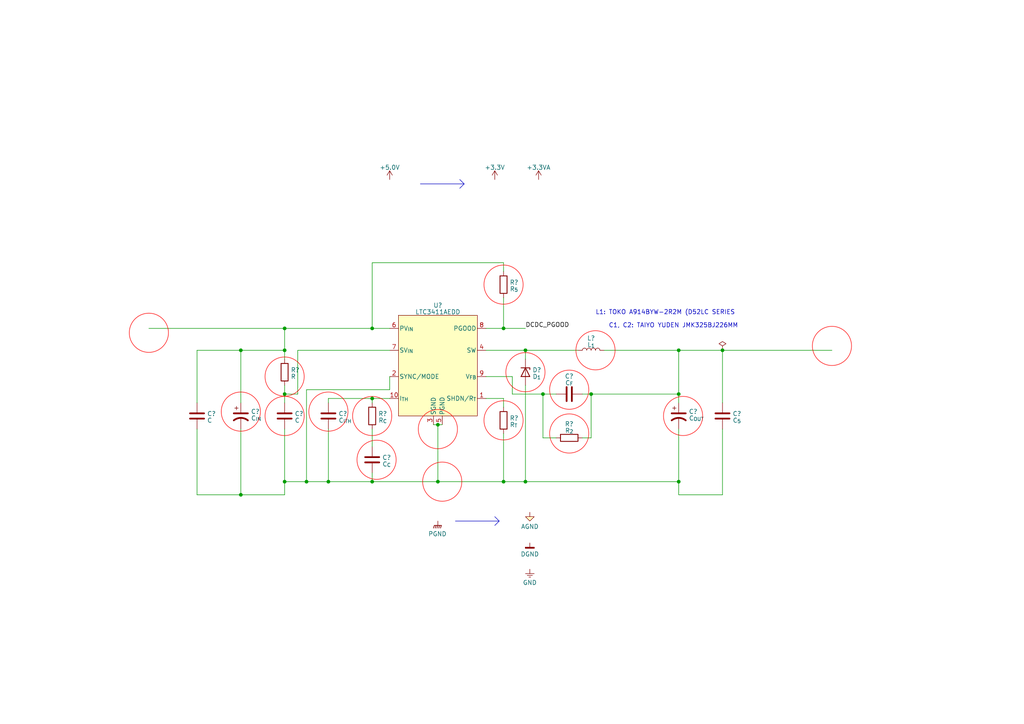
<source format=kicad_sch>
(kicad_sch (version 20230121) (generator eeschema)
  (paper "A4")
  (lib_symbols
    (symbol "0.Project:LTC3411AEDD-PBF" (pin_names (offset 0.254))
      (property "Reference" "U" (at 0 0 0))
      (property "Value" "LTC3411AEDD" (at 0 0 0))
      (symbol "LTC3411AEDD-PBF_1_1"
        (rectangle (start -11.43 13.97) (end 11.43 -15.24) (fill (type background)))
        (pin input line (at 13.97 -10.16 180) (length 2.54) (name "SHDN/R_{T}") (number "1"))
        (pin input line (at -13.97 -10.16 0) (length 2.54) (name "I_{TH}") (number "10"))
        (pin bidirectional line (at -13.97 -3.81 0) (length 2.54) (name "SYNC/MODE") (number "2"))
        (pin power_in line (at -1.27 -17.78 90) (length 2.54) (name "SGND") (number "3"))
        (pin power_out line (at 13.97 3.81 180) (length 2.54) (name "SW") (number "4"))
        (pin power_in line (at 1.27 -17.78 90) (length 2.54) (name "PGND") (number "5"))
        (pin power_in line (at -13.97 10.16 0) (length 2.54) (name "PV_{IN}") (number "6"))
        (pin power_in line (at -13.97 3.81 0) (length 2.54) (name "SV_{IN}") (number "7"))
        (pin unspecified line (at 13.97 10.16 180) (length 2.54) (name "PGOOD") (number "8"))
        (pin input line (at 13.97 -3.81 180) (length 2.54) (name "V_{FB}") (number "9"))
      )
    )
    (symbol "0_power_symbols:+3.3V" (power) (pin_names (offset 0))
      (property "Value" "+3.3V" (at 0 3.556 0))
      (symbol "+3.3V_0_1"
        (polyline (pts (xy -0.762 1.27) (xy 0 2.54)))
        (polyline (pts (xy 0 0) (xy 0 2.54)))
        (polyline (pts (xy 0 2.54) (xy 0.762 1.27)))
      )
      (symbol "+3.3V_1_1"
        (pin power_in line (at 0 0 90) (length 0) hide (name "+3.3V") (number "1"))
      )
    )
    (symbol "0_power_symbols:+3.3VA" (power) (pin_names (offset 0))
      (property "Value" "+3.3VA" (at 0 3.556 0))
      (symbol "+3.3VA_0_1"
        (polyline (pts (xy -0.762 1.27) (xy 0 2.54)))
        (polyline (pts (xy 0 0) (xy 0 2.54)))
        (polyline (pts (xy 0 2.54) (xy 0.762 1.27)))
      )
      (symbol "+3.3VA_1_1"
        (pin power_in line (at 0 0 90) (length 0) hide (name "+3.3VA") (number "1"))
      )
    )
    (symbol "0_power_symbols:+5.0V" (power) (pin_names (offset 0))
      (property "Value" "+5.0V" (at 0 3.556 0))
      (symbol "+5.0V_0_1"
        (polyline (pts (xy -0.762 1.27) (xy 0 2.54)))
        (polyline (pts (xy 0 0) (xy 0 2.54)))
        (polyline (pts (xy 0 2.54) (xy 0.762 1.27)))
      )
      (symbol "+5.0V_1_1"
        (pin power_in line (at 0 0 90) (length 0) hide (name "+5.0V") (number "1"))
      )
    )
    (symbol "0_power_symbols:AGND" (power) (pin_names (offset 0))
      (property "Value" "AGND" (at 0 -3.81 0))
      (symbol "AGND_1_1"
        (polyline (pts (xy 0 0) (xy 0 -1.27) (xy 1.27 -1.27) (xy 0 -2.54) (xy -1.27 -1.27) (xy 0 -1.27)) (fill (type background)))
        (pin power_in line (at 0 0 270) (length 0) hide (name "AGND") (number "1"))
      )
    )
    (symbol "0_power_symbols:DGND" (power) (pin_names (offset 0))
      (property "Value" "DGND" (at 0 -2.54 0))
      (symbol "DGND_0_1"
        (rectangle (start -1.27 -1.524) (end 1.27 -1.27) (stroke (width 0.254)) (fill (type outline)))
        (polyline (pts (xy 0 0) (xy 0 -1.524)))
      )
      (symbol "DGND_1_1"
        (pin power_in line (at 0 0 270) (length 0) hide (name "DGND") (number "1"))
      )
    )
    (symbol "0_power_symbols:GND" (power) (pin_names (offset 0))
      (property "Value" "GND" (at 0 -3.81 0))
      (symbol "GND_0_1"
        (polyline (pts (xy -0.762 -1.778) (xy 0.762 -1.778)))
        (polyline (pts (xy -0.254 -2.286) (xy 0.254 -2.286)))
        (polyline (pts (xy 0 -1.27) (xy 0 0)))
        (polyline (pts (xy 1.27 -1.27) (xy -1.27 -1.27)))
      )
      (symbol "GND_1_1"
        (pin power_in line (at 0 0 270) (length 0) hide (name "GND") (number "1"))
      )
    )
    (symbol "0_power_symbols:PGND" (power) (pin_names (offset 0))
      (property "Value" "PGND" (at 0 -3.302 0))
      (symbol "PGND_0_1"
        (polyline (pts (xy 0 -1.27) (xy 0 0)))
        (polyline (pts (xy -1.016 -1.27) (xy -1.27 -2.032) (xy -1.27 -2.032)) (stroke (width 0.2032)))
        (polyline (pts (xy -0.508 -1.27) (xy -0.762 -2.032) (xy -0.762 -2.032)) (stroke (width 0.2032)))
        (polyline (pts (xy 0 -1.27) (xy -0.254 -2.032) (xy -0.254 -2.032)) (stroke (width 0.2032)))
        (polyline (pts (xy 0.508 -1.27) (xy 0.254 -2.032) (xy 0.254 -2.032)) (stroke (width 0.2032)))
        (polyline (pts (xy 1.016 -1.27) (xy -1.016 -1.27) (xy -1.016 -1.27)) (stroke (width 0.2032)))
        (polyline (pts (xy 1.016 -1.27) (xy 0.762 -2.032) (xy 0.762 -2.032) (xy 0.762 -2.032)) (stroke (width 0.2032)))
      )
      (symbol "PGND_1_1"
        (pin power_in line (at 0 0 270) (length 0) hide (name "PGND") (number "1"))
      )
    )
    (symbol "0_power_symbols:VUSB" (power) (pin_names (offset 0))
      (property "Value" "VUSB" (at 0 3.81 0))
      (symbol "VUSB_0_1"
        (polyline (pts (xy -0.762 1.27) (xy 0 2.54)))
        (polyline (pts (xy 0 0) (xy 0 2.54)))
        (polyline (pts (xy 0 2.54) (xy 0.762 1.27)))
      )
      (symbol "VUSB_1_1"
        (pin power_in line (at 0 0 90) (length 0) hide (name "VUSB") (number "1"))
      )
    )
    (symbol "Device:C" (pin_numbers hide) (pin_names (offset 0.254))
      (property "Reference" "C" (at 0.635 2.54 0))
      (property "Value" "C" (at 0.635 -2.54 0))
      (symbol "C_0_1"
        (polyline (pts (xy -2.032 -0.762) (xy 2.032 -0.762)) (stroke (width 0.508)))
        (polyline (pts (xy -2.032 0.762) (xy 2.032 0.762)) (stroke (width 0.508)))
      )
      (symbol "C_1_1"
        (pin passive line (at 0 3.81 270) (length 2.794) (name "~") (number "1"))
        (pin passive line (at 0 -3.81 90) (length 2.794) (name "~") (number "2"))
      )
    )
    (symbol "Device:C_Polarized_US" (pin_numbers hide) (pin_names (offset 0.254) hide)
      (property "Reference" "C" (at 0.635 2.54 0))
      (property "Value" "C_Polarized_US" (at 0.635 -2.54 0))
      (symbol "C_Polarized_US_0_1"
        (polyline (pts (xy -2.032 0.762) (xy 2.032 0.762)) (stroke (width 0.508)))
        (polyline (pts (xy -1.778 2.286) (xy -0.762 2.286)))
        (polyline (pts (xy -1.27 1.778) (xy -1.27 2.794)))
        (arc (start 2.032 -1.27) (mid 0 -0.5572) (end -2.032 -1.27) (stroke (width 0.508)))
      )
      (symbol "C_Polarized_US_1_1"
        (pin passive line (at 0 3.81 270) (length 2.794) (name "~") (number "1"))
        (pin passive line (at 0 -3.81 90) (length 3.302) (name "~") (number "2"))
      )
    )
    (symbol "Device:D_Zener" (pin_numbers hide) (pin_names (offset 1.016) hide)
      (property "Reference" "D" (at 0 2.54 0))
      (property "Value" "D_Zener" (at 0 -2.54 0))
      (symbol "D_Zener_0_1"
        (polyline (pts (xy 1.27 0) (xy -1.27 0)))
        (polyline (pts (xy -1.27 -1.27) (xy -1.27 1.27) (xy -0.762 1.27)) (stroke (width 0.254)))
        (polyline (pts (xy 1.27 -1.27) (xy 1.27 1.27) (xy -1.27 0) (xy 1.27 -1.27)) (stroke (width 0.254)))
      )
      (symbol "D_Zener_1_1"
        (pin passive line (at -3.81 0 0) (length 2.54) (name "K") (number "1"))
        (pin passive line (at 3.81 0 180) (length 2.54) (name "A") (number "2"))
      )
    )
    (symbol "Device:L" (pin_numbers hide) (pin_names (offset 1.016) hide)
      (property "Reference" "L" (at -1.27 0 90))
      (property "Value" "L" (at 1.905 0 90))
      (symbol "L_0_1"
        (arc (start 0 -2.54) (mid 0.6323 -1.905) (end 0 -1.27))
        (arc (start 0 -1.27) (mid 0.6323 -0.635) (end 0 0))
        (arc (start 0 0) (mid 0.6323 0.635) (end 0 1.27))
        (arc (start 0 1.27) (mid 0.6323 1.905) (end 0 2.54))
      )
      (symbol "L_1_1"
        (pin passive line (at 0 3.81 270) (length 1.27) (name "1") (number "1"))
        (pin passive line (at 0 -3.81 90) (length 1.27) (name "2") (number "2"))
      )
    )
    (symbol "Device:R" (pin_numbers hide) (pin_names (offset 0))
      (property "Reference" "R" (at 2.032 0 90))
      (property "Value" "R" (at 0 0 90))
      (symbol "R_0_1"
        (rectangle (start -1.016 -2.54) (end 1.016 2.54) (stroke (width 0.254)))
      )
      (symbol "R_1_1"
        (pin passive line (at 0 3.81 270) (length 1.27) (name "~") (number "1"))
        (pin passive line (at 0 -3.81 90) (length 1.27) (name "~") (number "2"))
      )
    )
    (symbol "power:PWR_FLAG" (power) (pin_numbers hide) (pin_names (offset 0) hide)
      (property "Value" "PWR_FLAG" (at 0 3.81 0))
      (symbol "PWR_FLAG_0_0"
        (pin power_out line (at 0 0 90) (length 0) (name "pwr") (number "1"))
      )
      (symbol "PWR_FLAG_0_1"
        (polyline (pts (xy 0 0) (xy 0 1.27) (xy -1.016 1.905) (xy 0 2.54) (xy 1.016 1.905) (xy 0 1.27)))
      )
    )
  )
  (junction (at 82.55 101.6))
  (junction (at 127 139.7))
  (junction (at 146.05 95.25))
  (junction (at 152.4 101.6))
  (junction (at 152.4 139.7))
  (junction (at 69.85 143.51))
  (junction (at 82.55 114.3))
  (junction (at 171.45 114.3))
  (junction (at 107.95 115.57))
  (junction (at 95.25 139.7))
  (junction (at 69.85 101.6))
  (junction (at 88.9 139.7))
  (junction (at 196.85 114.3))
  (junction (at 127 123.19))
  (junction (at 82.55 139.7))
  (junction (at 209.55 101.6))
  (junction (at 107.95 95.25))
  (junction (at 196.85 101.6))
  (junction (at 107.95 139.7))
  (junction (at 82.55 95.25))
  (junction (at 157.48 114.3))
  (junction (at 146.05 139.7))
  (junction (at 196.85 139.7))
  (wire (pts (xy 82.55 95.25) (xy 107.95 95.25)))
  (wire (pts (xy 113.03 95.25) (xy 107.95 95.25)))
  (polyline (pts (xy 76.2 -46.99) (xy 76.2 -45.72)))
  (wire (pts (xy 107.95 139.7) (xy 127 139.7)))
  (wire (pts (xy 196.85 124.46) (xy 196.85 139.7)))
  (wire (pts (xy 82.55 111.76) (xy 82.55 114.3)))
  (wire (pts (xy 88.9 139.7) (xy 95.25 139.7)))
  (polyline (pts (xy 40.64 -39.37) (xy 41.91 -38.1)))
  (polyline (pts (xy -34.29 13.97) (xy -33.02 12.7)))
  (wire (pts (xy 175.26 101.6) (xy 196.85 101.6)))
  (wire (pts (xy 57.15 101.6) (xy 69.85 101.6)))
  (wire (pts (xy 140.97 101.6) (xy 152.4 101.6)))
  (polyline (pts (xy 143.51 149.86) (xy 144.78 151.13)))
  (wire (pts (xy 86.36 114.3) (xy 82.55 114.3)))
  (wire (pts (xy 82.55 95.25) (xy 82.55 101.6)))
  (wire (pts (xy 196.85 101.6) (xy 196.85 114.3)))
  (wire (pts (xy 140.97 115.57) (xy 146.05 115.57)))
  (wire (pts (xy 146.05 115.57) (xy 146.05 118.11)))
  (polyline (pts (xy 40.64 -52.07) (xy 41.91 -50.8)))
  (polyline (pts (xy 76.2 -26.67) (xy 77.47 -26.67)))
  (polyline (pts (xy 63.5 -33.02) (xy 63.5 -31.75)))
  (polyline (pts (xy 29.21 -50.8) (xy 41.91 -50.8)))
  (wire (pts (xy 140.97 95.25) (xy 146.05 95.25)))
  (polyline (pts (xy 40.64 -49.53) (xy 41.91 -50.8)))
  (polyline (pts (xy 57.15 -26.67) (xy 63.5 -33.02)))
  (wire (pts (xy 69.85 101.6) (xy 82.55 101.6)))
  (wire (pts (xy 82.55 101.6) (xy 82.55 104.14)))
  (wire (pts (xy 128.27 123.19) (xy 127 123.19)))
  (wire (pts (xy 196.85 143.51) (xy 196.85 139.7)))
  (wire (pts (xy 107.95 76.2) (xy 146.05 76.2)))
  (polyline (pts (xy 133.35 54.61) (xy 134.62 53.34)))
  (wire (pts (xy 152.4 101.6) (xy 152.4 104.14)))
  (wire (pts (xy 107.95 124.46) (xy 107.95 129.54)))
  (polyline (pts (xy 133.35 52.07) (xy 134.62 53.34)))
  (wire (pts (xy 57.15 116.84) (xy 57.15 101.6)))
  (wire (pts (xy 95.25 139.7) (xy 107.95 139.7)))
  (wire (pts (xy 127 123.19) (xy 127 139.7)))
  (wire (pts (xy 107.95 115.57) (xy 107.95 116.84)))
  (wire (pts (xy 171.45 114.3) (xy 168.91 114.3)))
  (wire (pts (xy 95.25 115.57) (xy 95.25 116.84)))
  (polyline (pts (xy 121.92 53.34) (xy 134.62 53.34)))
  (polyline (pts (xy 132.08 151.13) (xy 144.78 151.13)))
  (polyline (pts (xy 40.64 -24.13) (xy 41.91 -25.4)))
  (polyline (pts (xy 69.85 -40.64) (xy 76.2 -46.99)))
  (wire (pts (xy 148.59 114.3) (xy 157.48 114.3)))
  (polyline (pts (xy 57.15 -50.8) (xy 63.5 -44.45)))
  (wire (pts (xy 82.55 143.51) (xy 82.55 139.7)))
  (polyline (pts (xy 29.21 -38.1) (xy 41.91 -38.1)))
  (wire (pts (xy 157.48 114.3) (xy 161.29 114.3)))
  (polyline (pts (xy -45.72 12.7) (xy -33.02 12.7)))
  (wire (pts (xy 95.25 115.57) (xy 107.95 115.57)))
  (polyline (pts (xy -33.02 34.29) (xy -31.75 35.56)))
  (polyline (pts (xy -44.45 35.56) (xy -31.75 35.56)))
  (wire (pts (xy 152.4 101.6) (xy 167.64 101.6)))
  (polyline (pts (xy 58.42 -38.1) (xy 62.23 -38.1)))
  (wire (pts (xy 127 139.7) (xy 146.05 139.7)))
  (wire (pts (xy 152.4 139.7) (xy 196.85 139.7)))
  (wire (pts (xy 57.15 124.46) (xy 57.15 143.51)))
  (wire (pts (xy 161.29 127) (xy 157.48 127)))
  (wire (pts (xy 196.85 143.51) (xy 209.55 143.51)))
  (wire (pts (xy 127 123.19) (xy 125.73 123.19)))
  (wire (pts (xy 95.25 124.46) (xy 95.25 139.7)))
  (wire (pts (xy 69.85 116.84) (xy 69.85 101.6)))
  (wire (pts (xy 107.95 139.7) (xy 107.95 137.16)))
  (polyline (pts (xy 40.64 -26.67) (xy 41.91 -25.4)))
  (polyline (pts (xy 60.96 -36.83) (xy 62.23 -38.1)))
  (wire (pts (xy 146.05 95.25) (xy 146.05 86.36)))
  (polyline (pts (xy 71.12 -33.02) (xy 77.47 -26.67)))
  (polyline (pts (xy 62.23 -44.45) (xy 63.5 -44.45)))
  (polyline (pts (xy -33.02 36.83) (xy -31.75 35.56)))
  (wire (pts (xy 152.4 111.76) (xy 152.4 139.7)))
  (wire (pts (xy 146.05 78.74) (xy 146.05 76.2)))
  (wire (pts (xy 113.03 101.6) (xy 86.36 101.6)))
  (wire (pts (xy 209.55 116.84) (xy 209.55 101.6)))
  (wire (pts (xy 82.55 124.46) (xy 82.55 139.7)))
  (polyline (pts (xy 40.64 -36.83) (xy 41.91 -38.1)))
  (wire (pts (xy 146.05 125.73) (xy 146.05 139.7)))
  (wire (pts (xy 113.03 113.03) (xy 113.03 109.22)))
  (wire (pts (xy 82.55 139.7) (xy 88.9 139.7)))
  (wire (pts (xy 146.05 139.7) (xy 152.4 139.7)))
  (polyline (pts (xy -34.29 11.43) (xy -33.02 12.7)))
  (wire (pts (xy 209.55 124.46) (xy 209.55 143.51)))
  (wire (pts (xy 86.36 101.6) (xy 86.36 114.3)))
  (polyline (pts (xy 63.5 -44.45) (xy 63.5 -45.72)))
  (wire (pts (xy 146.05 95.25) (xy 152.4 95.25)))
  (wire (pts (xy 69.85 124.46) (xy 69.85 143.51)))
  (wire (pts (xy 157.48 127) (xy 157.48 114.3)))
  (polyline (pts (xy 77.47 -26.67) (xy 77.47 -27.94)))
  (wire (pts (xy 168.91 127) (xy 171.45 127)))
  (wire (pts (xy 113.03 113.03) (xy 88.9 113.03)))
  (polyline (pts (xy 60.96 -39.37) (xy 62.23 -38.1)))
  (wire (pts (xy 209.55 101.6) (xy 241.3 101.6)))
  (wire (pts (xy 140.97 109.22) (xy 148.59 109.22)))
  (wire (pts (xy 107.95 76.2) (xy 107.95 95.25)))
  (wire (pts (xy 196.85 114.3) (xy 196.85 116.84)))
  (wire (pts (xy 148.59 114.3) (xy 148.59 109.22)))
  (polyline (pts (xy 74.93 -46.99) (xy 76.2 -46.99)))
  (wire (pts (xy 171.45 114.3) (xy 196.85 114.3)))
  (wire (pts (xy 196.85 101.6) (xy 209.55 101.6)))
  (wire (pts (xy 171.45 127) (xy 171.45 114.3)))
  (wire (pts (xy 43.18 95.25) (xy 82.55 95.25)))
  (wire (pts (xy 88.9 113.03) (xy 88.9 139.7)))
  (wire (pts (xy 107.95 115.57) (xy 113.03 115.57)))
  (wire (pts (xy 57.15 143.51) (xy 69.85 143.51)))
  (wire (pts (xy 69.85 143.51) (xy 82.55 143.51)))
  (polyline (pts (xy 29.21 -25.4) (xy 41.91 -25.4)))
  (polyline (pts (xy 62.23 -33.02) (xy 63.5 -33.02)))
  (wire (pts (xy 82.55 114.3) (xy 82.55 116.84)))
  (polyline (pts (xy 143.51 152.4) (xy 144.78 151.13)))
  (circle (center 152.4 107.95) (radius 5.6796) (stroke (width 0) (color 255 0 0 1)))
  (circle (center 172.72 101.6) (radius 5.6796) (stroke (width 0) (color 255 0 0 1)))
  (circle (center 107.95 120.65) (radius 5.6796) (stroke (width 0) (color 255 0 0 1)))
  (circle (center 109.22 133.35) (radius 5.6796) (stroke (width 0) (color 255 0 0 1)))
  (circle (center 127 124.46) (radius 5.6796) (stroke (width 0) (color 255 0 0 1)))
  (circle (center 165.1 113.03) (radius 5.6796) (stroke (width 0) (color 255 0 0 1)))
  (circle (center 82.55 109.22) (radius 5.6796) (stroke (width 0) (color 255 0 0 1)))
  (circle (center 146.05 82.55) (radius 5.6796) (stroke (width 0) (color 255 0 0 1)))
  (circle (center 198.12 120.65) (radius 5.6796) (stroke (width 0) (color 255 0 0 1)))
  (circle (center 69.85 119.38) (radius 5.6796) (stroke (width 0) (color 255 0 0 1)))
  (circle (center 165.1 125.73) (radius 5.6796) (stroke (width 0) (color 255 0 0 1)))
  (circle (center 128.27 139.7) (radius 5.6796) (stroke (width 0) (color 255 0 0 1)))
  (circle (center 146.05 121.92) (radius 5.6796) (stroke (width 0) (color 255 0 0 1)))
  (circle (center 241.3 100.33) (radius 5.6796) (stroke (width 0) (color 255 0 0 1)))
  (circle (center 43.18 96.52) (radius 5.6796) (stroke (width 0) (color 255 0 0 1)))
  (circle (center 73.66 -30.48) (radius 1.7961) (stroke (width 0) (color 0 255 0 1)))
  (circle (center 95.25 119.38) (radius 5.6796) (stroke (width 0) (color 255 0 0 1)))
  (circle (center 72.39 -43.18) (radius 1.7961) (stroke (width 0) (color 0 255 0 1)))
  (circle (center 82.55 120.65) (radius 5.6796) (stroke (width 0) (color 255 0 0 1)))
  (text "3.3V" (at 78.74 -24.13 0) (effects (font (size 1.27 1.27)) (justify left bottom)))
  (text "Battery Buck" (at 27.94 -25.4 0) (effects (font (size 1.27 1.27)) (justify right bottom)))
  (text "L1: TOKO A914BYW-2R2M (D52LC SERIES" (at 172.72 91.44 0) (effects (font (size 1.27 1.27)) (justify left bottom)))
  (text "Reverse Boost" (at 27.94 -38.1 0) (effects (font (size 1.27 1.27)) (justify right bottom)))
  (text "5.0V ~ 5.2V" (at 43.18 -50.8 0) (effects (font (size 1.27 1.27)) (justify left bottom)))
  (text "5.0V ~ 5.2V" (at 43.18 -25.4 0) (effects (font (size 1.27 1.27)) (justify left bottom)))
  (text "VBATT_VSYS" (at 43.18 -22.86 0) (effects (font (size 1.27 1.27)) (justify left bottom)))
  (text "3.3V" (at 77.47 -49.53 0) (effects (font (size 1.27 1.27)) (justify left bottom)))
  (text "VBATT_CHGIN" (at 43.18 -35.56 0) (effects (font (size 1.27 1.27)) (justify left bottom)))
  (text "USB Input" (at 27.94 -50.8 0) (effects (font (size 1.27 1.27)) (justify right bottom)))
  (text "C1, C2: TAIYO YUDEN JMK325BJ226MM" (at 176.53 95.25 0) (effects (font (size 1.27 1.27)) (justify left bottom)))
  (text "5V Rail" (at 64.77 -36.83 0) (effects (font (size 1.27 1.27)) (justify left bottom)))
  (text "4.94V ~ 5.26V" (at 43.18 -38.1 0) (effects (font (size 1.27 1.27)) (justify left bottom)))
  (text "Clean up the 5V outputs to ensure it's within 5%" (at -60.96 22.86 0) (effects (font (size 1.27 1.27)) (justify left bottom)))
  (text "High Eff" (at 77.47 -46.99 0) (effects (font (size 1.27 1.27)) (justify left bottom)))
  (text "VBUS" (at 64.77 -34.29 0) (effects (font (size 1.27 1.27)) (justify left bottom)))
  (text "nRF\nInternal" (at 78.74 -19.05 0) (effects (font (size 1.27 1.27)) (justify left bottom)))
  (text "VBUS" (at 43.18 -48.26 0) (effects (font (size 1.27 1.27)) (justify left bottom)))
  (text "INPUTS" (at 21.59 -62.23 0) (effects (font (size 1.27 1.27)) (justify left bottom)))
  (label "DCDC_PGOOD" (at 152.4 95.25 0))
  (symbol (lib_id "Device:R") (at 165.1 127 270) (unit 1)
    (property "Reference" "R?" (at 165.1 122.9741 90))
    (property "Value" "R_{2}" (at 165.1 124.8951 90))
  )
  (symbol (lib_id "0_power_symbols:PGND") (at 127 151.13 0) (unit 1)
    (property "Reference" "#PWR030" (effects hide))
    (property "Value" "PGND" (at 126.873 154.8591 0))
  )
  (symbol (lib_id "0_power_symbols:DGND") (at 153.67 157.48 0) (unit 1)
    (property "Reference" "#PWR028" (effects hide))
    (property "Value" "DGND" (at 153.67 160.7265 0))
  )
  (symbol (lib_id "Device:R") (at 146.05 121.92 0) (unit 1)
    (property "Reference" "R?" (at 147.828 121.2763 0) (effects (justify left)))
    (property "Value" "R_{T}" (at 147.828 123.1973 0) (effects (justify left)))
  )
  (symbol (lib_id "Device:D_Zener") (at 152.4 107.95 270) (unit 1)
    (property "Reference" "D?" (at 154.432 107.3063 90) (effects (justify left)))
    (property "Value" "D_{1}" (at 154.432 109.2273 90) (effects (justify left)))
  )
  (symbol (lib_id "Device:C") (at 209.55 120.65 0) (unit 1)
    (property "Reference" "C?" (at 212.471 120.0063 0) (effects (justify left)))
    (property "Value" "C_{5}" (at 212.471 121.9273 0) (effects (justify left)))
  )
  (symbol (lib_id "Device:C_Polarized_US") (at 69.85 120.65 0) (unit 1)
    (property "Reference" "C?" (at 72.771 119.3713 0) (effects (justify left)))
    (property "Value" "C_{IN}" (at 72.771 121.2923 0) (effects (justify left)))
  )
  (symbol (lib_id "0_power_symbols:PGND") (at -22.86 34.29 0) (unit 1)
    (property "Reference" "#PWR08" (effects hide))
    (property "Value" "PGND" (at -22.987 38.0191 0))
  )
  (symbol (lib_id "0_power_symbols:+3.3V") (at 143.51 52.07 0) (unit 1)
    (property "Reference" "#PWR032" (effects hide))
    (property "Value" "+3.3V" (at 143.51 48.5681 0))
  )
  (symbol (lib_id "Device:C") (at 165.1 114.3 90) (unit 1)
    (property "Reference" "C?" (at 165.1 109.1311 90))
    (property "Value" "C_{F}" (at 165.1 111.0521 90))
  )
  (symbol (lib_id "0_power_symbols:+5.0V") (at -22.86 12.7 0) (unit 1)
    (property "Reference" "#PWR07" (effects hide))
    (property "Value" "+5.0V" (at -22.86 9.1981 0))
  )
  (symbol (lib_id "0_power_symbols:+3.3VA") (at 156.21 52.07 0) (unit 1)
    (property "Reference" "#PWR033" (effects hide))
    (property "Value" "+3.3VA" (at 156.21 48.5681 0))
  )
  (symbol (lib_id "0_power_symbols:PGND") (at -53.34 35.56 0) (unit 1)
    (property "Reference" "#PWR04" (effects hide))
    (property "Value" "PGND" (at -53.467 39.2891 0))
  )
  (symbol (lib_id "Device:C") (at 57.15 120.65 0) (unit 1)
    (property "Reference" "C?" (at 60.071 120.0063 0) (effects (justify left)))
    (property "Value" "C" (at 60.071 121.9273 0) (effects (justify left)))
  )
  (symbol (lib_id "0_power_symbols:VUSB") (at -53.34 13.97 0) (unit 1)
    (property "Reference" "#PWR03" (effects hide))
    (property "Value" "VUSB" (at -53.34 10.4681 0))
  )
  (symbol (lib_id "Device:C_Polarized_US") (at 196.85 120.65 0) (unit 1)
    (property "Reference" "C?" (at 199.771 119.3713 0) (effects (justify left)))
    (property "Value" "C_{OUT}" (at 199.771 121.2923 0) (effects (justify left)))
  )
  (symbol (lib_id "Device:R") (at 107.95 120.65 0) (unit 1)
    (property "Reference" "R?" (at 109.728 120.0063 0) (effects (justify left)))
    (property "Value" "R_{C}" (at 109.728 121.9273 0) (effects (justify left)))
  )
  (symbol (lib_id "0_power_symbols:AGND") (at 153.67 148.59 0) (unit 1)
    (property "Reference" "#PWR027" (effects hide))
    (property "Value" "AGND" (at 153.67 152.7255 0))
  )
  (symbol (lib_id "power:PWR_FLAG") (at 209.55 101.6 0) (unit 1)
    (property "Reference" "#FLG05" (effects hide))
    (property "Value" "PWR_FLAG" (effects hide))
    (instances (project "friendly-keyboard" (path "" (reference "#FLG05") (unit 1)) (path "" (reference "#FLG03") (unit 1)) (path "" (reference "#FLG02") (unit 1))))
  )
  (symbol (lib_id "Device:C") (at 82.55 120.65 0) (unit 1)
    (property "Reference" "C?" (at 85.471 120.0063 0) (effects (justify left)))
    (property "Value" "C" (at 85.471 121.9273 0) (effects (justify left)))
  )
  (symbol (lib_id "0_power_symbols:+5.0V") (at 113.03 52.07 0) (unit 1)
    (property "Reference" "#PWR031" (effects hide))
    (property "Value" "+5.0V" (at 113.03 48.5681 0))
  )
  (symbol (lib_id "Device:C") (at 95.25 120.65 0) (unit 1)
    (property "Reference" "C?" (at 98.171 120.0063 0) (effects (justify left)))
    (property "Value" "C_{I_{TH}}" (at 98.171 121.9273 0) (effects (justify left)))
  )
  (symbol (lib_id "Device:R") (at 82.55 107.95 0) (unit 1)
    (property "Reference" "R?" (at 84.328 107.3063 0) (effects (justify left)))
    (property "Value" "R" (at 84.328 109.2273 0) (effects (justify left)))
  )
  (symbol (lib_id "0_power_symbols:GND") (at 153.67 165.1 0) (unit 1)
    (property "Reference" "#PWR029" (effects hide))
    (property "Value" "GND" (at 153.67 168.9815 0))
  )
  (symbol (lib_id "Device:L") (at 171.45 101.6 90) (unit 1)
    (property "Reference" "L?" (at 171.45 98.0847 90))
    (property "Value" "L_{1}" (at 171.45 100.0057 90))
  )
  (symbol (lib_id "0.Project:LTC3411AEDD-PBF") (at 127 105.41 0) (unit 1)
    (property "Reference" "U?" (at 127 88.5571 0))
    (property "Value" "LTC3411AEDD" (at 127 90.4781 0))
    (property "Footprint" "0:LTC3411AEDD" (effects hide))
    (property "Datasheet" "https://www.analog.com/media/en/technical-documentation/data-sheets/3411fb.pdf" (effects hide))
  )
  (symbol (lib_id "Device:C") (at 107.95 133.35 0) (unit 1)
    (property "Reference" "C?" (at 110.871 132.7063 0) (effects (justify left)))
    (property "Value" "C_{C}" (at 110.871 134.6273 0) (effects (justify left)))
  )
  (symbol (lib_id "Device:R") (at 146.05 82.55 0) (unit 1)
    (property "Reference" "R?" (at 147.828 81.9063 0) (effects (justify left)))
    (property "Value" "R_{5}" (at 147.828 83.8273 0) (effects (justify left)))
  )
)
</source>
